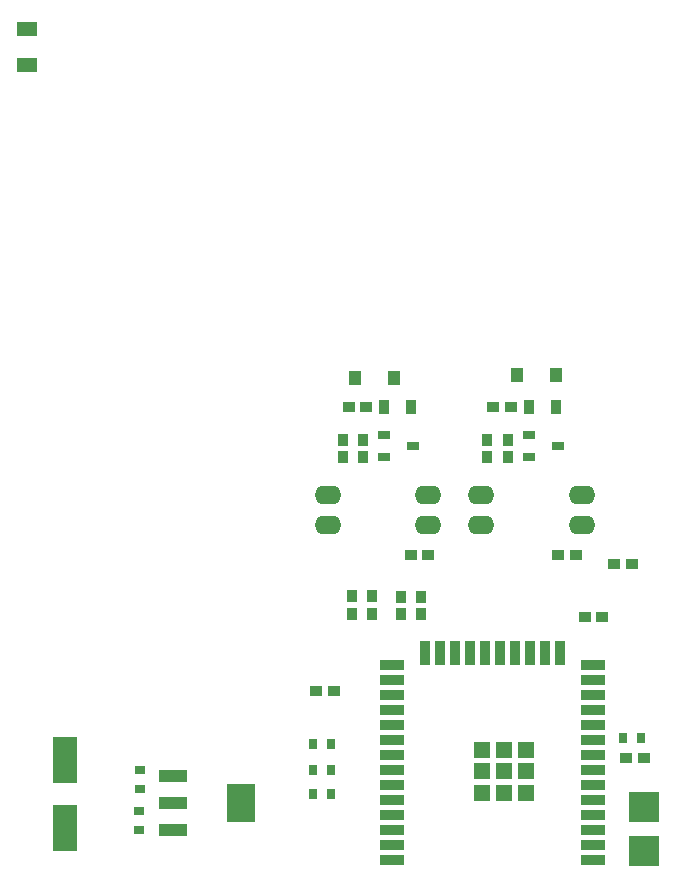
<source format=gtp>
G04*
G04 #@! TF.GenerationSoftware,Altium Limited,Altium Designer,21.3.2 (30)*
G04*
G04 Layer_Color=8421504*
%FSTAX24Y24*%
%MOIN*%
G70*
G04*
G04 #@! TF.SameCoordinates,FE128C83-0F67-4140-98D3-9062B7FE4468*
G04*
G04*
G04 #@! TF.FilePolarity,Positive*
G04*
G01*
G75*
%ADD19R,0.0315X0.0354*%
%ADD20R,0.0394X0.0374*%
%ADD21R,0.0394X0.0276*%
%ADD22R,0.0787X0.1575*%
%ADD23R,0.0984X0.0984*%
%ADD24R,0.0354X0.0472*%
%ADD25R,0.0709X0.0512*%
%ADD26R,0.0354X0.0315*%
%ADD27R,0.0374X0.0394*%
%ADD28R,0.0394X0.0472*%
%ADD29O,0.0886X0.0630*%
%ADD30R,0.0524X0.0524*%
%ADD31R,0.0787X0.0354*%
%ADD32R,0.0354X0.0787*%
%ADD33R,0.0945X0.1299*%
%ADD34R,0.0945X0.0394*%
D19*
X01189Y006398D02*
D03*
X01252D02*
D03*
X01189Y007283D02*
D03*
X01252D02*
D03*
X022224Y00748D02*
D03*
X022854D02*
D03*
X01252Y00561D02*
D03*
X01189D02*
D03*
D20*
X012598Y009055D02*
D03*
X012008D02*
D03*
X018504Y018504D02*
D03*
X017913D02*
D03*
X020669Y013583D02*
D03*
X020079D02*
D03*
X021555Y011516D02*
D03*
X020965D02*
D03*
X022539Y013287D02*
D03*
X021949D02*
D03*
X013091Y018504D02*
D03*
X013681D02*
D03*
X015748Y013583D02*
D03*
X015157D02*
D03*
X022343Y006791D02*
D03*
X022933D02*
D03*
D21*
X015246Y017196D02*
D03*
X014284Y016834D02*
D03*
X014281Y017578D02*
D03*
X019104D02*
D03*
X019106Y016834D02*
D03*
X020069Y017196D02*
D03*
D22*
X003642Y004469D02*
D03*
Y006752D02*
D03*
D23*
X022933Y005157D02*
D03*
Y003701D02*
D03*
D24*
X015157Y018504D02*
D03*
X014257D02*
D03*
X019994D02*
D03*
X019094D02*
D03*
D25*
X002362Y031102D02*
D03*
Y029921D02*
D03*
D26*
X006102Y005039D02*
D03*
Y004409D02*
D03*
X006122Y005768D02*
D03*
Y006398D02*
D03*
D27*
X013583Y017421D02*
D03*
Y016831D02*
D03*
X012894Y017421D02*
D03*
Y016831D02*
D03*
X018406Y017421D02*
D03*
Y016831D02*
D03*
X017717Y017421D02*
D03*
Y016831D02*
D03*
X015512Y011594D02*
D03*
Y012185D02*
D03*
X014843Y011594D02*
D03*
Y012185D02*
D03*
X013878Y011614D02*
D03*
Y012205D02*
D03*
X013189Y011614D02*
D03*
Y012205D02*
D03*
D28*
X013307Y019488D02*
D03*
X014608D02*
D03*
X01872Y019587D02*
D03*
X020021D02*
D03*
D29*
X01752Y014559D02*
D03*
Y015559D02*
D03*
X020866D02*
D03*
Y014559D02*
D03*
X012402D02*
D03*
Y015559D02*
D03*
X015748D02*
D03*
Y014559D02*
D03*
D30*
X017551Y007087D02*
D03*
X018274D02*
D03*
X018996D02*
D03*
X017551Y006364D02*
D03*
X018274D02*
D03*
X018996D02*
D03*
X017551Y005642D02*
D03*
X018274D02*
D03*
X018996D02*
D03*
D31*
X014533Y003411D02*
D03*
Y003911D02*
D03*
Y004411D02*
D03*
Y004911D02*
D03*
Y005411D02*
D03*
Y005911D02*
D03*
Y006411D02*
D03*
Y006911D02*
D03*
Y007411D02*
D03*
Y007911D02*
D03*
Y008411D02*
D03*
Y008911D02*
D03*
Y009411D02*
D03*
Y009911D02*
D03*
X021226D02*
D03*
Y009411D02*
D03*
Y008911D02*
D03*
Y008411D02*
D03*
Y007911D02*
D03*
Y007411D02*
D03*
Y006911D02*
D03*
Y006411D02*
D03*
Y005911D02*
D03*
Y005411D02*
D03*
Y004911D02*
D03*
Y004411D02*
D03*
Y003911D02*
D03*
Y003411D02*
D03*
D32*
X01563Y010305D02*
D03*
X01613D02*
D03*
X01663D02*
D03*
X01713D02*
D03*
X01763D02*
D03*
X01813D02*
D03*
X01863D02*
D03*
X01913D02*
D03*
X01963D02*
D03*
X02013D02*
D03*
D33*
X009508Y005315D02*
D03*
D34*
X007224Y004409D02*
D03*
Y005315D02*
D03*
Y00622D02*
D03*
M02*

</source>
